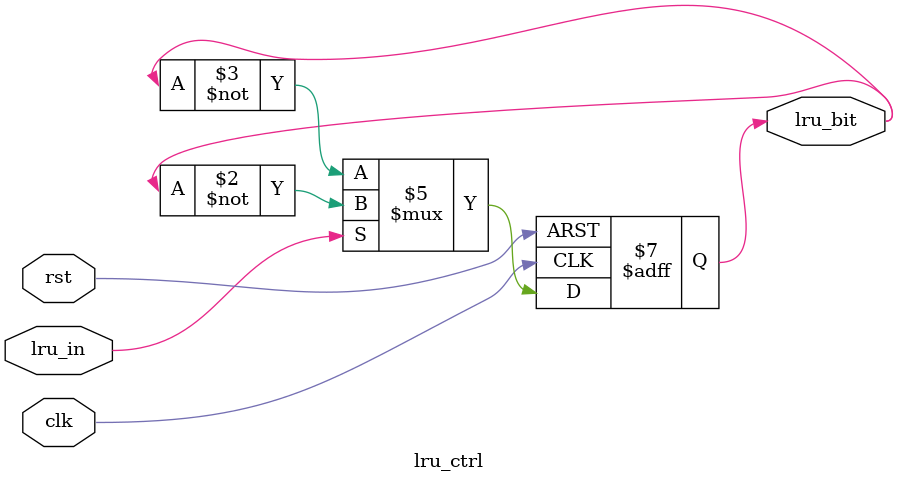
<source format=sv>
module lru_ctrl (
    input clk,
    input rst,
    input lru_in,
    output reg lru_bit    
);
    
always_ff @( posedge clk, posedge rst ) begin : blockName
    if(rst)
        lru_bit <= 1'b1;
    else
        if(lru_in)
            lru_bit <= ~lru_bit;
        else
            lru_bit <= ~lru_bit;
end
endmodule
</source>
